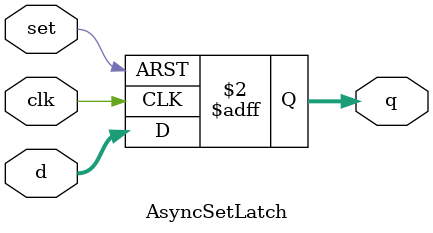
<source format=sv>
module AsyncSetLatch #(parameter W=8) (
    input clk, set,
    input [W-1:0] d,
    output reg [W-1:0] q
);
always @(posedge clk or posedge set)
    if(set) q <= {W{1'b1}};
    else q <= d;
endmodule
</source>
